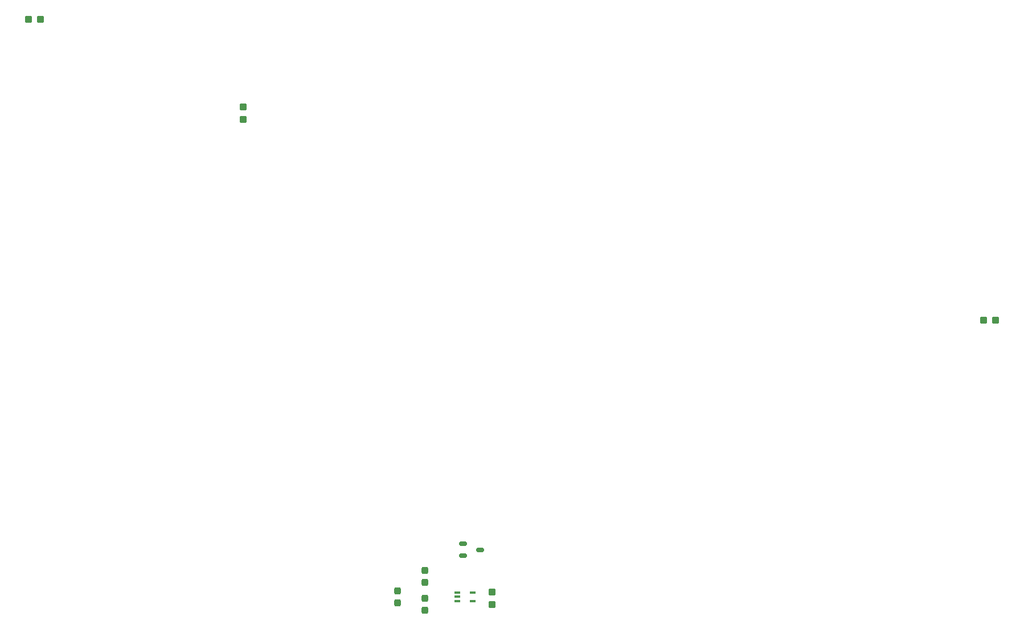
<source format=gtp>
G04*
G04 #@! TF.GenerationSoftware,Altium Limited,Altium Designer,22.8.2 (66)*
G04*
G04 Layer_Color=8421504*
%FSLAX44Y44*%
%MOMM*%
G71*
G04*
G04 #@! TF.SameCoordinates,193E17C6-EF20-4A4B-AA7E-1D3C8DB3340E*
G04*
G04*
G04 #@! TF.FilePolarity,Positive*
G04*
G01*
G75*
G04:AMPARAMS|DCode=19|XSize=1.05mm|YSize=1.1mm|CornerRadius=0.2625mm|HoleSize=0mm|Usage=FLASHONLY|Rotation=270.000|XOffset=0mm|YOffset=0mm|HoleType=Round|Shape=RoundedRectangle|*
%AMROUNDEDRECTD19*
21,1,1.0500,0.5750,0,0,270.0*
21,1,0.5250,1.1000,0,0,270.0*
1,1,0.5250,-0.2875,-0.2625*
1,1,0.5250,-0.2875,0.2625*
1,1,0.5250,0.2875,0.2625*
1,1,0.5250,0.2875,-0.2625*
%
%ADD19ROUNDEDRECTD19*%
%ADD20R,0.9000X0.4000*%
G04:AMPARAMS|DCode=21|XSize=1mm|YSize=1.05mm|CornerRadius=0.25mm|HoleSize=0mm|Usage=FLASHONLY|Rotation=180.000|XOffset=0mm|YOffset=0mm|HoleType=Round|Shape=RoundedRectangle|*
%AMROUNDEDRECTD21*
21,1,1.0000,0.5500,0,0,180.0*
21,1,0.5000,1.0500,0,0,180.0*
1,1,0.5000,-0.2500,0.2750*
1,1,0.5000,0.2500,0.2750*
1,1,0.5000,0.2500,-0.2750*
1,1,0.5000,-0.2500,-0.2750*
%
%ADD21ROUNDEDRECTD21*%
G04:AMPARAMS|DCode=22|XSize=1.05mm|YSize=1.1mm|CornerRadius=0.2625mm|HoleSize=0mm|Usage=FLASHONLY|Rotation=0.000|XOffset=0mm|YOffset=0mm|HoleType=Round|Shape=RoundedRectangle|*
%AMROUNDEDRECTD22*
21,1,1.0500,0.5750,0,0,0.0*
21,1,0.5250,1.1000,0,0,0.0*
1,1,0.5250,0.2625,-0.2875*
1,1,0.5250,-0.2625,-0.2875*
1,1,0.5250,-0.2625,0.2875*
1,1,0.5250,0.2625,0.2875*
%
%ADD22ROUNDEDRECTD22*%
G04:AMPARAMS|DCode=23|XSize=0.65mm|YSize=1.15mm|CornerRadius=0.1625mm|HoleSize=0mm|Usage=FLASHONLY|Rotation=90.000|XOffset=0mm|YOffset=0mm|HoleType=Round|Shape=RoundedRectangle|*
%AMROUNDEDRECTD23*
21,1,0.6500,0.8250,0,0,90.0*
21,1,0.3250,1.1500,0,0,90.0*
1,1,0.3250,0.4125,0.1625*
1,1,0.3250,0.4125,-0.1625*
1,1,0.3250,-0.4125,-0.1625*
1,1,0.3250,-0.4125,0.1625*
%
%ADD23ROUNDEDRECTD23*%
D19*
X-1469000Y1010000D02*
D03*
X-1451000D02*
D03*
X-49000Y562200D02*
D03*
X-31000D02*
D03*
D20*
X-808750Y156500D02*
D03*
Y143500D02*
D03*
X-831250D02*
D03*
Y150000D02*
D03*
Y156500D02*
D03*
D21*
X-920000Y141250D02*
D03*
Y158750D02*
D03*
X-880000Y147750D02*
D03*
Y130250D02*
D03*
Y171500D02*
D03*
Y189000D02*
D03*
D22*
X-1150000Y879000D02*
D03*
Y861000D02*
D03*
X-780000Y156750D02*
D03*
Y138750D02*
D03*
D23*
X-797250Y220000D02*
D03*
X-822750Y211000D02*
D03*
Y229000D02*
D03*
M02*

</source>
